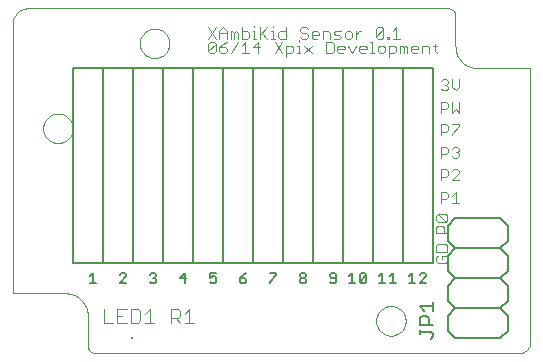
<source format=gto>
G75*
%MOIN*%
%OFA0B0*%
%FSLAX24Y24*%
%IPPOS*%
%LPD*%
%AMOC8*
5,1,8,0,0,1.08239X$1,22.5*
%
%ADD10C,0.0030*%
%ADD11C,0.0000*%
%ADD12C,0.0060*%
%ADD13C,0.0050*%
%ADD14C,0.0080*%
%ADD15R,0.0079X0.0079*%
%ADD16C,0.0040*%
D10*
X014265Y003227D02*
X014326Y003165D01*
X014573Y003165D01*
X014635Y003227D01*
X014635Y003350D01*
X014573Y003412D01*
X014450Y003412D01*
X014450Y003288D01*
X014326Y003412D02*
X014265Y003350D01*
X014265Y003227D01*
X014265Y003533D02*
X014265Y003718D01*
X014326Y003780D01*
X014573Y003780D01*
X014635Y003718D01*
X014635Y003533D01*
X014265Y003533D01*
X014265Y004165D02*
X014265Y004350D01*
X014326Y004412D01*
X014450Y004412D01*
X014512Y004350D01*
X014512Y004165D01*
X014635Y004165D02*
X014265Y004165D01*
X014326Y004533D02*
X014265Y004595D01*
X014265Y004718D01*
X014326Y004780D01*
X014573Y004533D01*
X014635Y004595D01*
X014635Y004718D01*
X014573Y004780D01*
X014326Y004780D01*
X014326Y004533D02*
X014573Y004533D01*
X014415Y005165D02*
X014415Y005535D01*
X014600Y005535D01*
X014662Y005474D01*
X014662Y005350D01*
X014600Y005288D01*
X014415Y005288D01*
X014783Y005165D02*
X015030Y005165D01*
X014907Y005165D02*
X014907Y005535D01*
X014783Y005412D01*
X014783Y005915D02*
X015030Y006162D01*
X015030Y006224D01*
X014968Y006285D01*
X014845Y006285D01*
X014783Y006224D01*
X014662Y006224D02*
X014662Y006100D01*
X014600Y006038D01*
X014415Y006038D01*
X014415Y005915D02*
X014415Y006285D01*
X014600Y006285D01*
X014662Y006224D01*
X014783Y005915D02*
X015030Y005915D01*
X014968Y006665D02*
X014845Y006665D01*
X014783Y006727D01*
X014662Y006850D02*
X014600Y006788D01*
X014415Y006788D01*
X014415Y006665D02*
X014415Y007035D01*
X014600Y007035D01*
X014662Y006974D01*
X014662Y006850D01*
X014783Y006974D02*
X014845Y007035D01*
X014968Y007035D01*
X015030Y006974D01*
X015030Y006912D01*
X014968Y006850D01*
X015030Y006788D01*
X015030Y006727D01*
X014968Y006665D01*
X014968Y006850D02*
X014907Y006850D01*
X014783Y007415D02*
X014783Y007477D01*
X015030Y007724D01*
X015030Y007785D01*
X014783Y007785D01*
X014662Y007724D02*
X014662Y007600D01*
X014600Y007538D01*
X014415Y007538D01*
X014415Y007415D02*
X014415Y007785D01*
X014600Y007785D01*
X014662Y007724D01*
X014783Y008165D02*
X014907Y008288D01*
X015030Y008165D01*
X015030Y008535D01*
X014783Y008535D02*
X014783Y008165D01*
X014600Y008288D02*
X014415Y008288D01*
X014415Y008165D02*
X014415Y008535D01*
X014600Y008535D01*
X014662Y008474D01*
X014662Y008350D01*
X014600Y008288D01*
X014600Y008915D02*
X014477Y008915D01*
X014415Y008977D01*
X014538Y009100D02*
X014600Y009100D01*
X014662Y009038D01*
X014662Y008977D01*
X014600Y008915D01*
X014783Y009038D02*
X014907Y008915D01*
X015030Y009038D01*
X015030Y009285D01*
X014783Y009285D02*
X014783Y009038D01*
X014662Y009162D02*
X014600Y009100D01*
X014662Y009162D02*
X014662Y009224D01*
X014600Y009285D01*
X014477Y009285D01*
X014415Y009224D01*
X014277Y010165D02*
X014216Y010227D01*
X014216Y010474D01*
X014277Y010412D02*
X014154Y010412D01*
X014033Y010350D02*
X014033Y010165D01*
X014033Y010350D02*
X013971Y010412D01*
X013786Y010412D01*
X013786Y010165D01*
X013664Y010288D02*
X013417Y010288D01*
X013417Y010227D02*
X013417Y010350D01*
X013479Y010412D01*
X013603Y010412D01*
X013664Y010350D01*
X013664Y010288D01*
X013603Y010165D02*
X013479Y010165D01*
X013417Y010227D01*
X013296Y010165D02*
X013296Y010350D01*
X013234Y010412D01*
X013173Y010350D01*
X013173Y010165D01*
X013049Y010165D02*
X013049Y010412D01*
X013111Y010412D01*
X013173Y010350D01*
X012928Y010350D02*
X012928Y010227D01*
X012866Y010165D01*
X012681Y010165D01*
X012681Y010042D02*
X012681Y010412D01*
X012866Y010412D01*
X012928Y010350D01*
X012559Y010350D02*
X012559Y010227D01*
X012498Y010165D01*
X012374Y010165D01*
X012312Y010227D01*
X012312Y010350D01*
X012374Y010412D01*
X012498Y010412D01*
X012559Y010350D01*
X012190Y010165D02*
X012067Y010165D01*
X012129Y010165D02*
X012129Y010535D01*
X012067Y010535D01*
X011884Y010412D02*
X011946Y010350D01*
X011946Y010288D01*
X011699Y010288D01*
X011699Y010227D02*
X011699Y010350D01*
X011760Y010412D01*
X011884Y010412D01*
X011577Y010412D02*
X011454Y010165D01*
X011330Y010412D01*
X011209Y010350D02*
X011209Y010288D01*
X010962Y010288D01*
X010962Y010227D02*
X010962Y010350D01*
X011024Y010412D01*
X011147Y010412D01*
X011209Y010350D01*
X011147Y010165D02*
X011024Y010165D01*
X010962Y010227D01*
X010841Y010227D02*
X010841Y010474D01*
X010779Y010535D01*
X010594Y010535D01*
X010594Y010165D01*
X010779Y010165D01*
X010841Y010227D01*
X010839Y010645D02*
X011024Y010645D01*
X011086Y010707D01*
X011024Y010768D01*
X010901Y010768D01*
X010839Y010830D01*
X010901Y010892D01*
X011086Y010892D01*
X011208Y010830D02*
X011208Y010707D01*
X011269Y010645D01*
X011393Y010645D01*
X011454Y010707D01*
X011454Y010830D01*
X011393Y010892D01*
X011269Y010892D01*
X011208Y010830D01*
X010718Y010830D02*
X010718Y010645D01*
X010718Y010830D02*
X010656Y010892D01*
X010471Y010892D01*
X010471Y010645D01*
X010349Y010768D02*
X010103Y010768D01*
X010103Y010707D02*
X010103Y010830D01*
X010164Y010892D01*
X010288Y010892D01*
X010349Y010830D01*
X010349Y010768D01*
X010288Y010645D02*
X010164Y010645D01*
X010103Y010707D01*
X009981Y010707D02*
X009919Y010645D01*
X009796Y010645D01*
X009734Y010707D01*
X009673Y010597D02*
X009673Y010535D01*
X009673Y010412D02*
X009612Y010412D01*
X009673Y010412D02*
X009673Y010165D01*
X009612Y010165D02*
X009735Y010165D01*
X009857Y010165D02*
X010104Y010412D01*
X009857Y010412D02*
X010104Y010165D01*
X009490Y010227D02*
X009428Y010165D01*
X009243Y010165D01*
X009122Y010165D02*
X008875Y010535D01*
X008876Y010645D02*
X008752Y010645D01*
X008814Y010645D02*
X008814Y010892D01*
X008752Y010892D01*
X008814Y011015D02*
X008814Y011077D01*
X008631Y011015D02*
X008384Y010768D01*
X008446Y010830D02*
X008631Y010645D01*
X008384Y010645D02*
X008384Y011015D01*
X008200Y011015D02*
X008200Y011077D01*
X008200Y010892D02*
X008138Y010892D01*
X008200Y010892D02*
X008200Y010645D01*
X008138Y010645D02*
X008262Y010645D01*
X008323Y010535D02*
X008138Y010350D01*
X008385Y010350D01*
X008323Y010165D02*
X008323Y010535D01*
X008017Y010707D02*
X008017Y010830D01*
X007955Y010892D01*
X007770Y010892D01*
X007770Y011015D02*
X007770Y010645D01*
X007955Y010645D01*
X008017Y010707D01*
X007893Y010535D02*
X007893Y010165D01*
X007770Y010165D02*
X008017Y010165D01*
X007770Y010412D02*
X007893Y010535D01*
X007649Y010535D02*
X007402Y010165D01*
X007280Y010227D02*
X007280Y010288D01*
X007218Y010350D01*
X007033Y010350D01*
X007033Y010227D01*
X007095Y010165D01*
X007218Y010165D01*
X007280Y010227D01*
X007157Y010474D02*
X007033Y010350D01*
X006912Y010227D02*
X006850Y010165D01*
X006727Y010165D01*
X006665Y010227D01*
X006912Y010474D01*
X006912Y010227D01*
X006665Y010227D02*
X006665Y010474D01*
X006727Y010535D01*
X006850Y010535D01*
X006912Y010474D01*
X006912Y010645D02*
X006665Y011015D01*
X006912Y011015D02*
X006665Y010645D01*
X007033Y010645D02*
X007033Y010892D01*
X007157Y011015D01*
X007280Y010892D01*
X007280Y010645D01*
X007280Y010535D02*
X007157Y010474D01*
X007402Y010645D02*
X007402Y010892D01*
X007463Y010892D01*
X007525Y010830D01*
X007587Y010892D01*
X007649Y010830D01*
X007649Y010645D01*
X007525Y010645D02*
X007525Y010830D01*
X007280Y010830D02*
X007033Y010830D01*
X008875Y010165D02*
X009122Y010535D01*
X009059Y010645D02*
X008998Y010707D01*
X008998Y010830D01*
X009059Y010892D01*
X009245Y010892D01*
X009245Y011015D02*
X009245Y010645D01*
X009059Y010645D01*
X009243Y010412D02*
X009428Y010412D01*
X009490Y010350D01*
X009490Y010227D01*
X009243Y010042D02*
X009243Y010412D01*
X009734Y010892D02*
X009796Y010830D01*
X009919Y010830D01*
X009981Y010768D01*
X009981Y010707D01*
X009981Y010954D02*
X009919Y011015D01*
X009796Y011015D01*
X009734Y010954D01*
X009734Y010892D01*
X011576Y010892D02*
X011576Y010645D01*
X011576Y010768D02*
X011699Y010892D01*
X011761Y010892D01*
X012251Y010954D02*
X012251Y010707D01*
X012498Y010954D01*
X012498Y010707D01*
X012436Y010645D01*
X012313Y010645D01*
X012251Y010707D01*
X012251Y010954D02*
X012313Y011015D01*
X012436Y011015D01*
X012498Y010954D01*
X012804Y010892D02*
X012927Y011015D01*
X012927Y010645D01*
X012804Y010645D02*
X013050Y010645D01*
X012681Y010645D02*
X012619Y010645D01*
X012619Y010707D01*
X012681Y010707D01*
X012681Y010645D01*
X011884Y010165D02*
X011760Y010165D01*
X011699Y010227D01*
D11*
X002650Y001400D02*
X002648Y001454D01*
X002642Y001507D01*
X002633Y001559D01*
X002620Y001611D01*
X002603Y001662D01*
X002582Y001712D01*
X002558Y001759D01*
X002531Y001805D01*
X002500Y001849D01*
X002467Y001891D01*
X002430Y001930D01*
X002391Y001967D01*
X002349Y002000D01*
X002305Y002031D01*
X002259Y002058D01*
X002212Y002082D01*
X002162Y002103D01*
X002111Y002120D01*
X002059Y002133D01*
X002007Y002142D01*
X001954Y002148D01*
X001900Y002150D01*
X000150Y002150D01*
X000150Y011256D01*
X000150Y011150D02*
X000152Y011194D01*
X000158Y011237D01*
X000167Y011279D01*
X000180Y011321D01*
X000197Y011361D01*
X000217Y011400D01*
X000240Y011437D01*
X000267Y011471D01*
X000296Y011504D01*
X000329Y011533D01*
X000363Y011560D01*
X000400Y011583D01*
X000439Y011603D01*
X000479Y011620D01*
X000521Y011633D01*
X000563Y011642D01*
X000606Y011648D01*
X000650Y011650D01*
X014650Y011650D01*
X014680Y011648D01*
X014710Y011643D01*
X014739Y011634D01*
X014766Y011621D01*
X014792Y011606D01*
X014816Y011587D01*
X014837Y011566D01*
X014856Y011542D01*
X014871Y011516D01*
X014884Y011489D01*
X014893Y011460D01*
X014898Y011430D01*
X014900Y011400D01*
X014900Y010400D01*
X014902Y010346D01*
X014908Y010293D01*
X014917Y010241D01*
X014930Y010189D01*
X014947Y010138D01*
X014968Y010088D01*
X014992Y010041D01*
X015019Y009995D01*
X015050Y009951D01*
X015083Y009909D01*
X015120Y009870D01*
X015159Y009833D01*
X015201Y009800D01*
X015245Y009769D01*
X015291Y009742D01*
X015338Y009718D01*
X015388Y009697D01*
X015439Y009680D01*
X015491Y009667D01*
X015543Y009658D01*
X015596Y009652D01*
X015650Y009650D01*
X017400Y009650D01*
X017400Y000544D01*
X017398Y000505D01*
X017392Y000467D01*
X017383Y000430D01*
X017370Y000393D01*
X017353Y000358D01*
X017334Y000325D01*
X017311Y000294D01*
X017285Y000265D01*
X017256Y000239D01*
X017225Y000216D01*
X017192Y000197D01*
X017157Y000180D01*
X017120Y000167D01*
X017083Y000158D01*
X017045Y000152D01*
X017006Y000150D01*
X017150Y000150D02*
X002900Y000150D01*
X002870Y000152D01*
X002840Y000157D01*
X002811Y000166D01*
X002784Y000179D01*
X002758Y000194D01*
X002734Y000213D01*
X002713Y000234D01*
X002694Y000258D01*
X002679Y000284D01*
X002666Y000311D01*
X002657Y000340D01*
X002652Y000370D01*
X002650Y000400D01*
X002650Y001400D01*
X001158Y007650D02*
X001160Y007694D01*
X001166Y007738D01*
X001176Y007781D01*
X001189Y007823D01*
X001207Y007863D01*
X001228Y007902D01*
X001252Y007939D01*
X001279Y007974D01*
X001310Y008006D01*
X001343Y008035D01*
X001379Y008061D01*
X001417Y008083D01*
X001457Y008102D01*
X001498Y008118D01*
X001541Y008130D01*
X001584Y008138D01*
X001628Y008142D01*
X001672Y008142D01*
X001716Y008138D01*
X001759Y008130D01*
X001802Y008118D01*
X001843Y008102D01*
X001883Y008083D01*
X001921Y008061D01*
X001957Y008035D01*
X001990Y008006D01*
X002021Y007974D01*
X002048Y007939D01*
X002072Y007902D01*
X002093Y007863D01*
X002111Y007823D01*
X002124Y007781D01*
X002134Y007738D01*
X002140Y007694D01*
X002142Y007650D01*
X002140Y007606D01*
X002134Y007562D01*
X002124Y007519D01*
X002111Y007477D01*
X002093Y007437D01*
X002072Y007398D01*
X002048Y007361D01*
X002021Y007326D01*
X001990Y007294D01*
X001957Y007265D01*
X001921Y007239D01*
X001883Y007217D01*
X001843Y007198D01*
X001802Y007182D01*
X001759Y007170D01*
X001716Y007162D01*
X001672Y007158D01*
X001628Y007158D01*
X001584Y007162D01*
X001541Y007170D01*
X001498Y007182D01*
X001457Y007198D01*
X001417Y007217D01*
X001379Y007239D01*
X001343Y007265D01*
X001310Y007294D01*
X001279Y007326D01*
X001252Y007361D01*
X001228Y007398D01*
X001207Y007437D01*
X001189Y007477D01*
X001176Y007519D01*
X001166Y007562D01*
X001160Y007606D01*
X001158Y007650D01*
X004382Y010485D02*
X004384Y010529D01*
X004390Y010573D01*
X004400Y010616D01*
X004413Y010658D01*
X004431Y010698D01*
X004452Y010737D01*
X004476Y010774D01*
X004503Y010809D01*
X004534Y010841D01*
X004567Y010870D01*
X004603Y010896D01*
X004641Y010918D01*
X004681Y010937D01*
X004722Y010953D01*
X004765Y010965D01*
X004808Y010973D01*
X004852Y010977D01*
X004896Y010977D01*
X004940Y010973D01*
X004983Y010965D01*
X005026Y010953D01*
X005067Y010937D01*
X005107Y010918D01*
X005145Y010896D01*
X005181Y010870D01*
X005214Y010841D01*
X005245Y010809D01*
X005272Y010774D01*
X005296Y010737D01*
X005317Y010698D01*
X005335Y010658D01*
X005348Y010616D01*
X005358Y010573D01*
X005364Y010529D01*
X005366Y010485D01*
X005364Y010441D01*
X005358Y010397D01*
X005348Y010354D01*
X005335Y010312D01*
X005317Y010272D01*
X005296Y010233D01*
X005272Y010196D01*
X005245Y010161D01*
X005214Y010129D01*
X005181Y010100D01*
X005145Y010074D01*
X005107Y010052D01*
X005067Y010033D01*
X005026Y010017D01*
X004983Y010005D01*
X004940Y009997D01*
X004896Y009993D01*
X004852Y009993D01*
X004808Y009997D01*
X004765Y010005D01*
X004722Y010017D01*
X004681Y010033D01*
X004641Y010052D01*
X004603Y010074D01*
X004567Y010100D01*
X004534Y010129D01*
X004503Y010161D01*
X004476Y010196D01*
X004452Y010233D01*
X004431Y010272D01*
X004413Y010312D01*
X004400Y010354D01*
X004390Y010397D01*
X004384Y010441D01*
X004382Y010485D01*
X012256Y001233D02*
X012258Y001277D01*
X012264Y001321D01*
X012274Y001364D01*
X012287Y001406D01*
X012305Y001446D01*
X012326Y001485D01*
X012350Y001522D01*
X012377Y001557D01*
X012408Y001589D01*
X012441Y001618D01*
X012477Y001644D01*
X012515Y001666D01*
X012555Y001685D01*
X012596Y001701D01*
X012639Y001713D01*
X012682Y001721D01*
X012726Y001725D01*
X012770Y001725D01*
X012814Y001721D01*
X012857Y001713D01*
X012900Y001701D01*
X012941Y001685D01*
X012981Y001666D01*
X013019Y001644D01*
X013055Y001618D01*
X013088Y001589D01*
X013119Y001557D01*
X013146Y001522D01*
X013170Y001485D01*
X013191Y001446D01*
X013209Y001406D01*
X013222Y001364D01*
X013232Y001321D01*
X013238Y001277D01*
X013240Y001233D01*
X013238Y001189D01*
X013232Y001145D01*
X013222Y001102D01*
X013209Y001060D01*
X013191Y001020D01*
X013170Y000981D01*
X013146Y000944D01*
X013119Y000909D01*
X013088Y000877D01*
X013055Y000848D01*
X013019Y000822D01*
X012981Y000800D01*
X012941Y000781D01*
X012900Y000765D01*
X012857Y000753D01*
X012814Y000745D01*
X012770Y000741D01*
X012726Y000741D01*
X012682Y000745D01*
X012639Y000753D01*
X012596Y000765D01*
X012555Y000781D01*
X012515Y000800D01*
X012477Y000822D01*
X012441Y000848D01*
X012408Y000877D01*
X012377Y000909D01*
X012350Y000944D01*
X012326Y000981D01*
X012305Y001020D01*
X012287Y001060D01*
X012274Y001102D01*
X012264Y001145D01*
X012258Y001189D01*
X012256Y001233D01*
D12*
X012337Y002487D02*
X012564Y002487D01*
X012451Y002487D02*
X012451Y002827D01*
X012337Y002714D01*
X012705Y002714D02*
X012819Y002827D01*
X012819Y002487D01*
X012932Y002487D02*
X012705Y002487D01*
X013337Y002487D02*
X013564Y002487D01*
X013451Y002487D02*
X013451Y002827D01*
X013337Y002714D01*
X013705Y002770D02*
X013762Y002827D01*
X013876Y002827D01*
X013932Y002770D01*
X013932Y002714D01*
X013705Y002487D01*
X013932Y002487D01*
X014650Y002400D02*
X014650Y001900D01*
X014900Y001650D01*
X014650Y001400D01*
X014650Y000900D01*
X014900Y000650D01*
X016400Y000650D01*
X016650Y000900D01*
X016650Y001400D01*
X016400Y001650D01*
X014900Y001650D01*
X014650Y002400D02*
X014900Y002650D01*
X016400Y002650D01*
X016650Y002400D01*
X016650Y001900D01*
X016400Y001650D01*
X016400Y002650D02*
X016650Y002900D01*
X016650Y003400D01*
X016400Y003650D01*
X014900Y003650D01*
X014650Y003400D01*
X014650Y002900D01*
X014900Y002650D01*
X014900Y003650D02*
X014650Y003900D01*
X014650Y004400D01*
X014900Y004650D01*
X016400Y004650D01*
X016650Y004400D01*
X016650Y003900D01*
X016400Y003650D01*
X011932Y002770D02*
X011932Y002543D01*
X011876Y002487D01*
X011762Y002487D01*
X011705Y002543D01*
X011932Y002770D01*
X011876Y002827D01*
X011762Y002827D01*
X011705Y002770D01*
X011705Y002543D01*
X011564Y002487D02*
X011337Y002487D01*
X011451Y002487D02*
X011451Y002827D01*
X011337Y002714D01*
X010932Y002770D02*
X010932Y002543D01*
X010876Y002487D01*
X010762Y002487D01*
X010705Y002543D01*
X010762Y002657D02*
X010932Y002657D01*
X010932Y002770D02*
X010876Y002827D01*
X010762Y002827D01*
X010705Y002770D01*
X010705Y002714D01*
X010762Y002657D01*
X009932Y002714D02*
X009876Y002657D01*
X009762Y002657D01*
X009705Y002714D01*
X009705Y002770D01*
X009762Y002827D01*
X009876Y002827D01*
X009932Y002770D01*
X009932Y002714D01*
X009876Y002657D02*
X009932Y002600D01*
X009932Y002543D01*
X009876Y002487D01*
X009762Y002487D01*
X009705Y002543D01*
X009705Y002600D01*
X009762Y002657D01*
X008932Y002770D02*
X008705Y002543D01*
X008705Y002487D01*
X008705Y002827D02*
X008932Y002827D01*
X008932Y002770D01*
X007932Y002827D02*
X007819Y002770D01*
X007705Y002657D01*
X007876Y002657D01*
X007932Y002600D01*
X007932Y002543D01*
X007876Y002487D01*
X007762Y002487D01*
X007705Y002543D01*
X007705Y002657D01*
X006932Y002657D02*
X006932Y002543D01*
X006876Y002487D01*
X006762Y002487D01*
X006705Y002543D01*
X006705Y002657D02*
X006819Y002714D01*
X006876Y002714D01*
X006932Y002657D01*
X006932Y002827D02*
X006705Y002827D01*
X006705Y002657D01*
X005932Y002657D02*
X005705Y002657D01*
X005876Y002827D01*
X005876Y002487D01*
X004932Y002543D02*
X004876Y002487D01*
X004762Y002487D01*
X004705Y002543D01*
X004819Y002657D02*
X004876Y002657D01*
X004932Y002600D01*
X004932Y002543D01*
X004876Y002657D02*
X004932Y002714D01*
X004932Y002770D01*
X004876Y002827D01*
X004762Y002827D01*
X004705Y002770D01*
X003932Y002770D02*
X003932Y002714D01*
X003705Y002487D01*
X003932Y002487D01*
X003932Y002770D02*
X003876Y002827D01*
X003762Y002827D01*
X003705Y002770D01*
X002932Y002487D02*
X002705Y002487D01*
X002819Y002487D02*
X002819Y002827D01*
X002705Y002714D01*
D13*
X013705Y001716D02*
X014155Y001716D01*
X014155Y001566D02*
X014155Y001866D01*
X013855Y001566D02*
X013705Y001716D01*
X013780Y001406D02*
X013705Y001331D01*
X013705Y001105D01*
X014155Y001105D01*
X014005Y001105D02*
X014005Y001331D01*
X013930Y001406D01*
X013780Y001406D01*
X013705Y000945D02*
X013705Y000795D01*
X013705Y000870D02*
X014080Y000870D01*
X014155Y000795D01*
X014155Y000720D01*
X014080Y000645D01*
D14*
X014142Y003152D02*
X013158Y003152D01*
X013158Y009648D01*
X014142Y009648D01*
X014142Y003152D01*
X013142Y003152D02*
X012158Y003152D01*
X012158Y009648D01*
X013142Y009648D01*
X013142Y003152D01*
X012142Y003152D02*
X011158Y003152D01*
X011158Y009648D01*
X012142Y009648D01*
X012142Y003152D01*
X011142Y003152D02*
X010158Y003152D01*
X010158Y009648D01*
X011142Y009648D01*
X011142Y003152D01*
X010142Y003152D02*
X009158Y003152D01*
X009158Y009648D01*
X010142Y009648D01*
X010142Y003152D01*
X009142Y003152D02*
X008158Y003152D01*
X008158Y009648D01*
X009142Y009648D01*
X009142Y003152D01*
X008142Y003152D02*
X007158Y003152D01*
X007158Y009648D01*
X008142Y009648D01*
X008142Y003152D01*
X007142Y003152D02*
X006158Y003152D01*
X006158Y009648D01*
X007142Y009648D01*
X007142Y003152D01*
X006142Y003152D02*
X005158Y003152D01*
X005158Y009648D01*
X006142Y009648D01*
X006142Y003152D01*
X005142Y003152D02*
X004158Y003152D01*
X004158Y009648D01*
X005142Y009648D01*
X005142Y003152D01*
X004142Y003152D02*
X003158Y003152D01*
X003158Y009648D01*
X004142Y009648D01*
X004142Y003152D01*
X003142Y003152D02*
X002158Y003152D01*
X002158Y009648D01*
X003142Y009648D01*
X003142Y003152D01*
D15*
X004111Y000650D03*
D16*
X004091Y001170D02*
X004321Y001170D01*
X004398Y001247D01*
X004398Y001554D01*
X004321Y001630D01*
X004091Y001630D01*
X004091Y001170D01*
X003937Y001170D02*
X003630Y001170D01*
X003630Y001630D01*
X003937Y001630D01*
X003784Y001400D02*
X003630Y001400D01*
X003477Y001170D02*
X003170Y001170D01*
X003170Y001630D01*
X004551Y001477D02*
X004705Y001630D01*
X004705Y001170D01*
X004858Y001170D02*
X004551Y001170D01*
X005420Y001170D02*
X005420Y001630D01*
X005650Y001630D01*
X005727Y001554D01*
X005727Y001400D01*
X005650Y001323D01*
X005420Y001323D01*
X005573Y001323D02*
X005727Y001170D01*
X005880Y001170D02*
X006187Y001170D01*
X006034Y001170D02*
X006034Y001630D01*
X005880Y001477D01*
M02*

</source>
